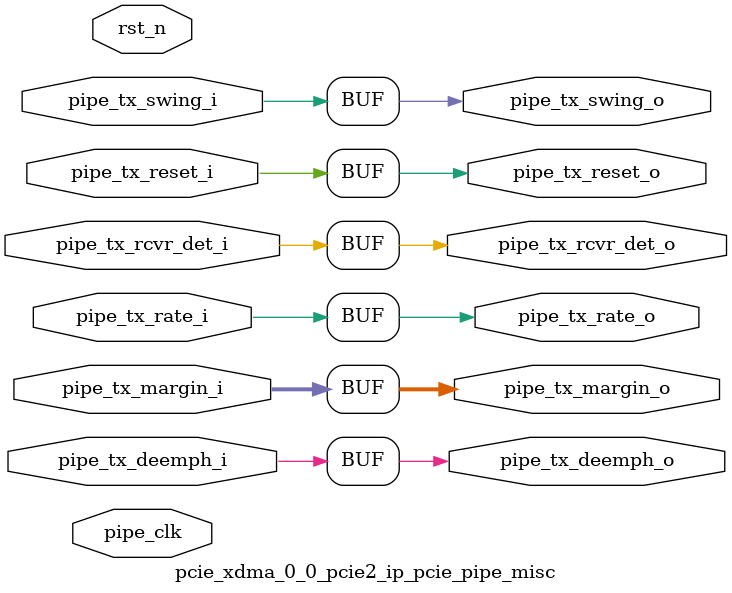
<source format=v>

`timescale 1ps/1ps

(* DowngradeIPIdentifiedWarnings = "yes" *)
module pcie_xdma_0_0_pcie2_ip_pcie_pipe_misc #
(
    parameter        PIPE_PIPELINE_STAGES = 0,    // 0 - 0 stages, 1 - 1 stage, 2 - 2 stages
    parameter TCQ  = 1 // synthesis warning solved: parameter declaration becomes local
)
(

    input   wire        pipe_tx_rcvr_det_i       ,     // PIPE Tx Receiver Detect
    input   wire        pipe_tx_reset_i          ,     // PIPE Tx Reset
    input   wire        pipe_tx_rate_i           ,     // PIPE Tx Rate
    input   wire        pipe_tx_deemph_i         ,     // PIPE Tx Deemphasis
    input   wire [2:0]  pipe_tx_margin_i         ,     // PIPE Tx Margin
    input   wire        pipe_tx_swing_i          ,     // PIPE Tx Swing

    output  wire        pipe_tx_rcvr_det_o       ,     // Pipelined PIPE Tx Receiver Detect
    output  wire        pipe_tx_reset_o          ,     // Pipelined PIPE Tx Reset
    output  wire        pipe_tx_rate_o           ,     // Pipelined PIPE Tx Rate
    output  wire        pipe_tx_deemph_o         ,     // Pipelined PIPE Tx Deemphasis
    output  wire [2:0]  pipe_tx_margin_o         ,     // Pipelined PIPE Tx Margin
    output  wire        pipe_tx_swing_o          ,     // Pipelined PIPE Tx Swing

    input   wire        pipe_clk                ,      // PIPE Clock
    input   wire        rst_n                          // Reset
);

//******************************************************************//
// Reality check.                                                   //
//******************************************************************//

//    parameter TCQ  = 1;      // clock to out delay model

    generate

    if (PIPE_PIPELINE_STAGES == 0) begin : pipe_stages_0

        assign pipe_tx_rcvr_det_o = pipe_tx_rcvr_det_i;
        assign pipe_tx_reset_o  = pipe_tx_reset_i;
        assign pipe_tx_rate_o = pipe_tx_rate_i;
        assign pipe_tx_deemph_o = pipe_tx_deemph_i;
        assign pipe_tx_margin_o = pipe_tx_margin_i;
        assign pipe_tx_swing_o = pipe_tx_swing_i;

    end // if (PIPE_PIPELINE_STAGES == 0)
    else if (PIPE_PIPELINE_STAGES == 1) begin : pipe_stages_1

    reg                pipe_tx_rcvr_det_q       ;
    reg                pipe_tx_reset_q          ;
    reg                pipe_tx_rate_q           ;
    reg                pipe_tx_deemph_q         ;
    reg [2:0]          pipe_tx_margin_q         ;
    reg                pipe_tx_swing_q          ;

        always @(posedge pipe_clk) begin

        if (rst_n)
        begin

            pipe_tx_rcvr_det_q <= #TCQ 0;
            pipe_tx_reset_q  <= #TCQ 1'b1;
            pipe_tx_rate_q <= #TCQ 0;
            pipe_tx_deemph_q <= #TCQ 1'b1;
            pipe_tx_margin_q <= #TCQ 0;
            pipe_tx_swing_q <= #TCQ 0;

        end
        else
        begin

            pipe_tx_rcvr_det_q <= #TCQ pipe_tx_rcvr_det_i;
            pipe_tx_reset_q  <= #TCQ pipe_tx_reset_i;
            pipe_tx_rate_q <= #TCQ pipe_tx_rate_i;
            pipe_tx_deemph_q <= #TCQ pipe_tx_deemph_i;
            pipe_tx_margin_q <= #TCQ pipe_tx_margin_i;
            pipe_tx_swing_q <= #TCQ pipe_tx_swing_i;

          end

        end

        assign pipe_tx_rcvr_det_o = pipe_tx_rcvr_det_q;
        assign pipe_tx_reset_o  = pipe_tx_reset_q;
        assign pipe_tx_rate_o = pipe_tx_rate_q;
        assign pipe_tx_deemph_o = pipe_tx_deemph_q;
        assign pipe_tx_margin_o = pipe_tx_margin_q;
        assign pipe_tx_swing_o = pipe_tx_swing_q;

    end // if (PIPE_PIPELINE_STAGES == 1)
    else if (PIPE_PIPELINE_STAGES == 2) begin : pipe_stages_2

    reg                pipe_tx_rcvr_det_q       ;
    reg                pipe_tx_reset_q          ;
    reg                pipe_tx_rate_q           ;
    reg                pipe_tx_deemph_q         ;
    reg [2:0]          pipe_tx_margin_q         ;
    reg                pipe_tx_swing_q          ;

    reg                pipe_tx_rcvr_det_qq      ;
    reg                pipe_tx_reset_qq         ;
    reg                pipe_tx_rate_qq          ;
    reg                pipe_tx_deemph_qq        ;
    reg [2:0]          pipe_tx_margin_qq        ;
    reg                pipe_tx_swing_qq         ;

        always @(posedge pipe_clk) begin

        if (rst_n)
        begin

            pipe_tx_rcvr_det_q <= #TCQ 0;
            pipe_tx_reset_q  <= #TCQ 1'b1;
            pipe_tx_rate_q <= #TCQ 0;
            pipe_tx_deemph_q <= #TCQ 1'b1;
            pipe_tx_margin_q <= #TCQ 0;
            pipe_tx_swing_q <= #TCQ 0;

            pipe_tx_rcvr_det_qq <= #TCQ 0;
            pipe_tx_reset_qq  <= #TCQ 1'b1;
            pipe_tx_rate_qq <= #TCQ 0;
            pipe_tx_deemph_qq <= #TCQ 1'b1;
            pipe_tx_margin_qq <= #TCQ 0;
            pipe_tx_swing_qq <= #TCQ 0;

        end
        else
        begin

            pipe_tx_rcvr_det_q <= #TCQ pipe_tx_rcvr_det_i;
            pipe_tx_reset_q  <= #TCQ pipe_tx_reset_i;
            pipe_tx_rate_q <= #TCQ pipe_tx_rate_i;
            pipe_tx_deemph_q <= #TCQ pipe_tx_deemph_i;
            pipe_tx_margin_q <= #TCQ pipe_tx_margin_i;
            pipe_tx_swing_q <= #TCQ pipe_tx_swing_i;

            pipe_tx_rcvr_det_qq <= #TCQ pipe_tx_rcvr_det_q;
            pipe_tx_reset_qq  <= #TCQ pipe_tx_reset_q;
            pipe_tx_rate_qq <= #TCQ pipe_tx_rate_q;
            pipe_tx_deemph_qq <= #TCQ pipe_tx_deemph_q;
            pipe_tx_margin_qq <= #TCQ pipe_tx_margin_q;
            pipe_tx_swing_qq <= #TCQ pipe_tx_swing_q;

          end

        end

        assign pipe_tx_rcvr_det_o = pipe_tx_rcvr_det_qq;
        assign pipe_tx_reset_o  = pipe_tx_reset_qq;
        assign pipe_tx_rate_o = pipe_tx_rate_qq;
        assign pipe_tx_deemph_o = pipe_tx_deemph_qq;
        assign pipe_tx_margin_o = pipe_tx_margin_qq;
        assign pipe_tx_swing_o = pipe_tx_swing_qq;

    end // if (PIPE_PIPELINE_STAGES == 2)

    endgenerate

endmodule


</source>
